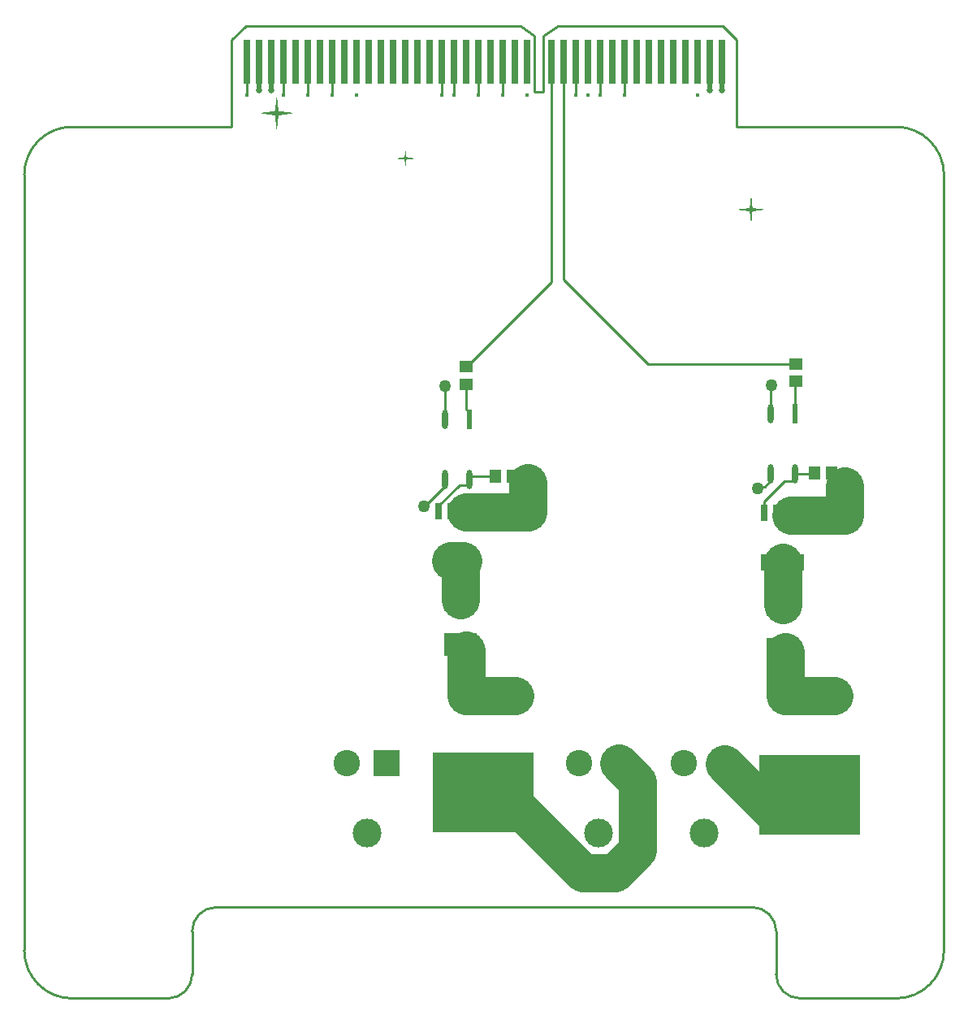
<source format=gbr>
%TF.GenerationSoftware,Altium Limited,Altium Designer,22.11.1 (43)*%
G04 Layer_Physical_Order=1*
G04 Layer_Color=39423*
%FSLAX45Y45*%
%MOMM*%
%TF.SameCoordinates,F2FF868D-8EDF-4B6E-A412-4C3DA5591A8F*%
%TF.FilePolarity,Positive*%
%TF.FileFunction,Copper,L1,Top,Signal*%
%TF.Part,Single*%
G01*
G75*
%TA.AperFunction,SMDPad,CuDef*%
%ADD10R,1.01600X3.50400*%
%ADD11R,10.49000X8.38000*%
%ADD12R,0.61213X2.00303*%
G04:AMPARAMS|DCode=13|XSize=2.00303mm|YSize=0.61213mm|CornerRadius=0.30606mm|HoleSize=0mm|Usage=FLASHONLY|Rotation=270.000|XOffset=0mm|YOffset=0mm|HoleType=Round|Shape=RoundedRectangle|*
%AMROUNDEDRECTD13*
21,1,2.00303,0.00000,0,0,270.0*
21,1,1.39090,0.61213,0,0,270.0*
1,1,0.61213,0.00000,-0.69545*
1,1,0.61213,0.00000,0.69545*
1,1,0.61213,0.00000,0.69545*
1,1,0.61213,0.00000,-0.69545*
%
%ADD13ROUNDEDRECTD13*%
G04:AMPARAMS|DCode=14|XSize=1.76mm|YSize=0.6mm|CornerRadius=0.075mm|HoleSize=0mm|Usage=FLASHONLY|Rotation=270.000|XOffset=0mm|YOffset=0mm|HoleType=Round|Shape=RoundedRectangle|*
%AMROUNDEDRECTD14*
21,1,1.76000,0.45000,0,0,270.0*
21,1,1.61000,0.60000,0,0,270.0*
1,1,0.15000,-0.22500,-0.80500*
1,1,0.15000,-0.22500,0.80500*
1,1,0.15000,0.22500,0.80500*
1,1,0.15000,0.22500,-0.80500*
%
%ADD14ROUNDEDRECTD14*%
%ADD15R,1.20000X1.40000*%
%ADD16R,3.35000X2.45000*%
%ADD17R,1.40000X1.20000*%
%ADD18R,0.66000X4.57200*%
%TA.AperFunction,Conductor*%
%ADD19C,0.29300*%
%ADD20C,4.00000*%
%ADD21C,0.50000*%
%TA.AperFunction,NonConductor*%
%ADD22C,0.25400*%
%TA.AperFunction,ComponentPad*%
%ADD23C,3.00000*%
%ADD24R,2.75000X2.75000*%
%ADD25C,2.75000*%
%TA.AperFunction,ViaPad*%
%ADD26C,1.27000*%
%ADD27C,0.44400*%
%ADD28C,0.63500*%
G36*
X2522308Y9230418D02*
X2526302D01*
Y9234413D01*
X2558256D01*
Y9238407D01*
X2586215D01*
Y9242401D01*
X2610180D01*
Y9246395D01*
X2614175D01*
Y9282343D01*
X2618169D01*
Y9310302D01*
X2622163D01*
Y9346250D01*
X2626157D01*
Y9386192D01*
X2630151D01*
Y9390186D01*
X2634145D01*
Y9378203D01*
X2638140D01*
Y9358232D01*
X2642134D01*
Y9318291D01*
X2646128D01*
Y9282343D01*
X2650122D01*
Y9258378D01*
X2654116D01*
Y9242401D01*
X2678082D01*
Y9238407D01*
X2706041D01*
Y9234413D01*
X2737994D01*
Y9230418D01*
X2777936D01*
Y9226424D01*
X2793913D01*
Y9218436D01*
X2785925D01*
Y9214442D01*
X2741988D01*
Y9210448D01*
X2710035D01*
Y9206454D01*
X2682076D01*
Y9202459D01*
X2654116D01*
Y9186483D01*
X2650122D01*
Y9162517D01*
X2646128D01*
Y9126570D01*
X2642134D01*
Y9086628D01*
X2638140D01*
Y9066657D01*
X2634145D01*
Y9054674D01*
X2630151D01*
Y9058668D01*
X2626157D01*
Y9098610D01*
X2622163D01*
Y9130564D01*
X2618169D01*
Y9162517D01*
X2614175D01*
Y9198465D01*
X2610180D01*
Y9202459D01*
X2582221D01*
Y9206454D01*
X2554262D01*
Y9210448D01*
X2522308D01*
Y9214442D01*
X2478372D01*
Y9218436D01*
X2470384D01*
Y9226424D01*
X2486361D01*
Y9230418D01*
X2518314D01*
X2522308D01*
D02*
G37*
G36*
X3968204Y8715168D02*
Y8719163D01*
X3964209D01*
Y8735140D01*
X3960215D01*
Y8739134D01*
X3944238D01*
Y8743128D01*
X3896308D01*
Y8747122D01*
X3888320D01*
Y8751116D01*
X3900302D01*
Y8755111D01*
X3924267D01*
Y8759105D01*
X3952227D01*
Y8763099D01*
X3964209D01*
Y8783070D01*
X3968204D01*
Y8819017D01*
X3972198D01*
Y8823012D01*
X3980186D01*
Y8807035D01*
X3984180D01*
Y8767093D01*
X3988174D01*
Y8763099D01*
X3996163D01*
Y8759105D01*
X4024122D01*
Y8755111D01*
X4052082D01*
Y8751116D01*
X4060070D01*
Y8747122D01*
X4056076D01*
Y8743128D01*
X4004151D01*
Y8739134D01*
X3988174D01*
Y8731145D01*
X3984180D01*
Y8691203D01*
X3980186D01*
Y8679221D01*
X3976192D01*
Y8675227D01*
X3972198D01*
Y8683215D01*
X3968204D01*
Y8711174D01*
Y8715168D01*
D02*
G37*
G36*
X7550988Y8231872D02*
X7554983D01*
Y8235866D01*
X7558977D01*
Y8239860D01*
X7562971D01*
Y8259831D01*
X7566965D01*
Y8295779D01*
X7570959D01*
Y8331727D01*
X7574954D01*
Y8339715D01*
X7578948D01*
Y8335721D01*
X7582942D01*
Y8319744D01*
X7586936D01*
Y8275808D01*
X7590930D01*
Y8247849D01*
X7594924D01*
Y8235866D01*
X7602913D01*
Y8231872D01*
X7626878D01*
Y8227878D01*
X7670814D01*
Y8223884D01*
X7702767D01*
Y8215895D01*
X7690785D01*
Y8211901D01*
X7670814D01*
Y8207907D01*
X7626878D01*
Y8203913D01*
X7602913D01*
Y8199919D01*
X7598919D01*
Y8195924D01*
X7594924D01*
Y8187936D01*
X7590930D01*
Y8159977D01*
X7586936D01*
Y8116041D01*
X7582942D01*
Y8100064D01*
X7578948D01*
Y8096070D01*
X7574954D01*
Y8104058D01*
X7570959D01*
Y8140006D01*
X7566965D01*
Y8175953D01*
X7562971D01*
Y8195924D01*
X7558977D01*
Y8199919D01*
X7554983D01*
Y8203913D01*
X7531017D01*
Y8207907D01*
X7487082D01*
Y8211901D01*
X7463116D01*
Y8215895D01*
X7455128D01*
Y8223884D01*
X7487082D01*
Y8227878D01*
X7527023D01*
Y8231872D01*
X7546994D01*
X7550988D01*
D02*
G37*
G36*
X6927895Y8958814D02*
X6919907D01*
Y8962808D01*
X6931890D01*
Y8958814D01*
X6927895D01*
D02*
G37*
D10*
X5040000Y3170000D02*
D03*
X4532000D02*
D03*
X8440000Y3150000D02*
D03*
X7932000D02*
D03*
D11*
X4786000Y2145000D02*
D03*
X8186000Y2125000D02*
D03*
D12*
X4637000Y6035004D02*
D03*
X8035500Y6095005D02*
D03*
D13*
X4383000Y6035004D02*
D03*
Y5404996D02*
D03*
X4637000D02*
D03*
X7781500Y6095005D02*
D03*
Y5464996D02*
D03*
X8035500D02*
D03*
D14*
X8094000Y4540000D02*
D03*
X7967000D02*
D03*
X7840000D02*
D03*
X7713000D02*
D03*
Y5056000D02*
D03*
X7840000D02*
D03*
X7967000D02*
D03*
X8094000D02*
D03*
X4700500Y4560000D02*
D03*
X4573500D02*
D03*
X4446500D02*
D03*
X4319500D02*
D03*
Y5076000D02*
D03*
X4446500D02*
D03*
X4573500D02*
D03*
X4700500D02*
D03*
D15*
X8240000Y5470000D02*
D03*
X8420000D02*
D03*
X5090000Y5440000D02*
D03*
X4910000D02*
D03*
D16*
X7910000Y4105000D02*
D03*
Y3635000D02*
D03*
X4550000Y4155000D02*
D03*
Y3685000D02*
D03*
D17*
X8040000Y6430000D02*
D03*
Y6610000D02*
D03*
X4610000Y6400000D02*
D03*
Y6580000D02*
D03*
D18*
X2317650Y9760000D02*
D03*
X2444650D02*
D03*
X2571650D02*
D03*
X2698650D02*
D03*
X2825650D02*
D03*
X2952650D02*
D03*
X3079650D02*
D03*
X3206650D02*
D03*
X3333650D02*
D03*
X3460650D02*
D03*
X3587650D02*
D03*
X3714650D02*
D03*
X3841650D02*
D03*
X3968650D02*
D03*
X4095650D02*
D03*
X4222650D02*
D03*
X4349650D02*
D03*
X4476650D02*
D03*
X4603650D02*
D03*
X4730650D02*
D03*
X4857650D02*
D03*
X4984650D02*
D03*
X5111650D02*
D03*
X5238650D02*
D03*
X5492650D02*
D03*
X5619650D02*
D03*
X5746650D02*
D03*
X5873650D02*
D03*
X6000650D02*
D03*
X6127650D02*
D03*
X6254650D02*
D03*
X6381650D02*
D03*
X6508650D02*
D03*
X6635650D02*
D03*
X6762650D02*
D03*
X6889650D02*
D03*
X7016650D02*
D03*
X7143650D02*
D03*
X7270650D02*
D03*
D19*
X8035500Y6425500D02*
X8040000Y6430000D01*
X8035500Y6095005D02*
Y6425500D01*
X6500000Y6610000D02*
X8040000D01*
X5619650Y7490350D02*
Y9760000D01*
Y7490350D02*
X6500000Y6610000D01*
X8094000Y5056000D02*
X8186000D01*
X4637000Y6035004D02*
Y6104549D01*
X4610000Y6131549D02*
Y6400000D01*
Y6131549D02*
X4637000Y6104549D01*
X4620000Y6580000D02*
X4665350Y6625350D01*
Y6635350D01*
X4610000Y6580000D02*
X4620000D01*
X4665350Y6635350D02*
X5492650Y7462650D01*
X4320787Y5135287D02*
X4535601Y5350101D01*
X4320787Y5077287D02*
Y5135287D01*
X4637000Y5364843D02*
Y5404996D01*
X4622258Y5350101D02*
X4637000Y5364843D01*
X4535601Y5350101D02*
X4622258D01*
X4651742Y5440000D02*
X4910000D01*
X4637000Y5425258D02*
X4651742Y5440000D01*
X4637000Y5404996D02*
Y5425258D01*
X4170000Y5130000D02*
X4173774D01*
X4383000Y5339226D02*
Y5404996D01*
X4173774Y5130000D02*
X4383000Y5339226D01*
X5492650Y7462650D02*
Y9760000D01*
X7643500Y5314844D02*
X7662194Y5333538D01*
X7719587D01*
X7781500Y5395451D01*
Y5464996D01*
X4915004Y5484996D02*
X4920000Y5480000D01*
X7713000Y5176652D02*
X7928904Y5392556D01*
X7713000Y5056000D02*
Y5176652D01*
X7928904Y5392556D02*
X8020758D01*
X8035500Y5407298D02*
Y5464996D01*
X8020758Y5392556D02*
X8035500Y5407298D01*
X8234996Y5464996D02*
X8240000Y5470000D01*
X8035500Y5464996D02*
X8234996D01*
X7785750Y6099255D02*
Y6385750D01*
X7790000Y6390000D01*
X7781500Y6095005D02*
X7785750Y6099255D01*
X4388000Y6115005D02*
X4389000Y6116005D01*
Y6379000D02*
X4390000Y6380000D01*
X4389000Y6116005D02*
Y6379000D01*
X6254675Y9410025D02*
Y9759975D01*
Y9410025D02*
X6254700Y9410000D01*
X6254650Y9760000D02*
X6254675Y9759975D01*
X6000675Y9410025D02*
X6000700Y9410000D01*
X6000650Y9760000D02*
X6000675Y9759975D01*
Y9410025D02*
Y9759975D01*
X5746675Y9410025D02*
X5746700Y9410000D01*
X5746650Y9760000D02*
X5746675Y9759975D01*
Y9410025D02*
Y9759975D01*
X4984675Y9410025D02*
Y9759975D01*
Y9410025D02*
X4984700Y9410000D01*
X4984650Y9760000D02*
X4984675Y9759975D01*
X4730675Y9410025D02*
Y9759975D01*
Y9410025D02*
X4730700Y9410000D01*
X4730650Y9760000D02*
X4730675Y9759975D01*
X4476675Y9410025D02*
Y9759975D01*
X4476650Y9760000D02*
X4476675Y9759975D01*
Y9410025D02*
X4476700Y9410000D01*
X4349650Y9760000D02*
X4349675Y9759975D01*
Y9410025D02*
Y9759975D01*
Y9410025D02*
X4349700Y9410000D01*
X3206675Y9410025D02*
Y9759975D01*
X3206650Y9760000D02*
X3206675Y9759975D01*
Y9410025D02*
X3206700Y9410000D01*
X2952675Y9410025D02*
X2952700Y9410000D01*
X2952650Y9760000D02*
X2952675Y9759975D01*
Y9410025D02*
Y9759975D01*
X2698675Y9410025D02*
Y9759975D01*
Y9410025D02*
X2698700Y9410000D01*
X2698650Y9760000D02*
X2698675Y9759975D01*
X2317650Y9760000D02*
X2317675Y9759975D01*
Y9410025D02*
Y9759975D01*
Y9410025D02*
X2317700Y9410000D01*
D20*
X7993000Y5030000D02*
X8550000D01*
Y5340000D01*
X4610000Y5070000D02*
X5250000D01*
X4446500Y4560000D02*
X4573500D01*
X4550000Y4155000D02*
Y4430000D01*
X5250000Y5070000D02*
Y5370000D01*
X7910000Y4105000D02*
Y4540000D01*
X4606000Y3150000D02*
X5114000D01*
X4606000Y3195000D02*
Y3629000D01*
X6200000Y2450000D02*
X6390000Y2260000D01*
X5824315Y1311185D02*
X6155685D01*
X4965500Y2170000D02*
X5824315Y1311185D01*
X6155685D02*
X6390000Y1545500D01*
Y2260000D01*
X4860000Y2170000D02*
X4965500D01*
X7932000Y3150000D02*
X8440000D01*
X7932000D02*
Y3613000D01*
X7830000Y1910000D02*
X8290000D01*
X7295000Y2445000D02*
X7830000Y1910000D01*
X8041000Y2344000D02*
X8260000Y2125000D01*
D21*
X2444675Y9460025D02*
X2444700Y9460000D01*
X2444675Y9460025D02*
Y9759975D01*
X2571675Y9460025D02*
Y9759975D01*
X2571650Y9760000D02*
X2571675Y9759975D01*
Y9460025D02*
X2571700Y9460000D01*
X2444650Y9760000D02*
X2444675Y9759975D01*
X7270675Y9460025D02*
Y9759975D01*
Y9460025D02*
X7270700Y9460000D01*
X7270650Y9760000D02*
X7270675Y9759975D01*
X7143675Y9460025D02*
Y9759975D01*
Y9460025D02*
X7143700Y9460000D01*
X7143650Y9760000D02*
X7143675Y9759975D01*
D22*
X9588500Y8580500D02*
G03*
X9088500Y9080500I-500000J0D01*
G01*
X500000D02*
G03*
X0Y8580500I0J-500000D01*
G01*
X9088500Y0D02*
G03*
X9588500Y500000I0J500000D01*
G01*
X7838500Y700000D02*
G03*
X7588500Y950000I-250000J0D01*
G01*
X7838500Y250000D02*
G03*
X8088500Y0I250000J0D01*
G01*
X2000000Y950000D02*
G03*
X1750000Y700000I0J-250000D01*
G01*
X1500000Y0D02*
G03*
X1750000Y250000I-0J250000D01*
G01*
X0Y500000D02*
G03*
X500000Y0I500000J0D01*
G01*
X9588500Y500000D02*
Y8580500D01*
X5411200Y10032300D02*
X5561200Y10132300D01*
X5411200Y9444500D02*
Y10032300D01*
X5320200Y9444500D02*
X5411200D01*
X5320200Y10032300D02*
X5320250Y9444500D01*
X5170200Y10132300D02*
X5320200Y10032300D01*
X2310200Y10132300D02*
X5170200D01*
X2160200Y9982500D02*
X2310200Y10132300D01*
X7278200D02*
X7428200Y9982500D01*
X500000Y9080500D02*
X2160200D01*
X5561200Y10132500D02*
X7278200D01*
X7428200Y9080500D02*
Y9982500D01*
X2160200D02*
X2160250Y9080500D01*
X7428200D02*
X9088500D01*
X8088500Y0D02*
X9088500D01*
X2000000Y950000D02*
X7588500D01*
X7838500Y250000D02*
Y700000D01*
X1750000Y250000D02*
Y700000D01*
X500000Y0D02*
X1500000D01*
X0Y500000D02*
Y8580500D01*
D23*
X5990000Y1720000D02*
D03*
X3570000D02*
D03*
X7090000D02*
D03*
D24*
X6200000Y2450000D02*
D03*
X3780000D02*
D03*
X7300000D02*
D03*
D25*
X5780000D02*
D03*
X3360000D02*
D03*
X6880000D02*
D03*
D26*
X8550000Y5030000D02*
D03*
X5250000Y5070000D02*
D03*
X7643500Y5314844D02*
D03*
X4170000Y5130000D02*
D03*
X7790000Y6390000D02*
D03*
X4390000Y6380000D02*
D03*
D27*
X7016700Y9410000D02*
D03*
X6254700D02*
D03*
X6000700D02*
D03*
X5873700D02*
D03*
X5746700D02*
D03*
X5238700D02*
D03*
X4984700D02*
D03*
X4730700D02*
D03*
X4476700D02*
D03*
X4349700D02*
D03*
X3460700D02*
D03*
X3206700D02*
D03*
X2952700D02*
D03*
X2698700D02*
D03*
X2317700D02*
D03*
D28*
X2444700Y9460000D02*
D03*
X2571700D02*
D03*
X7270700D02*
D03*
X7143700D02*
D03*
%TF.MD5,ec9d1c3adb4d9c6395c404cf06820a1d*%
M02*

</source>
